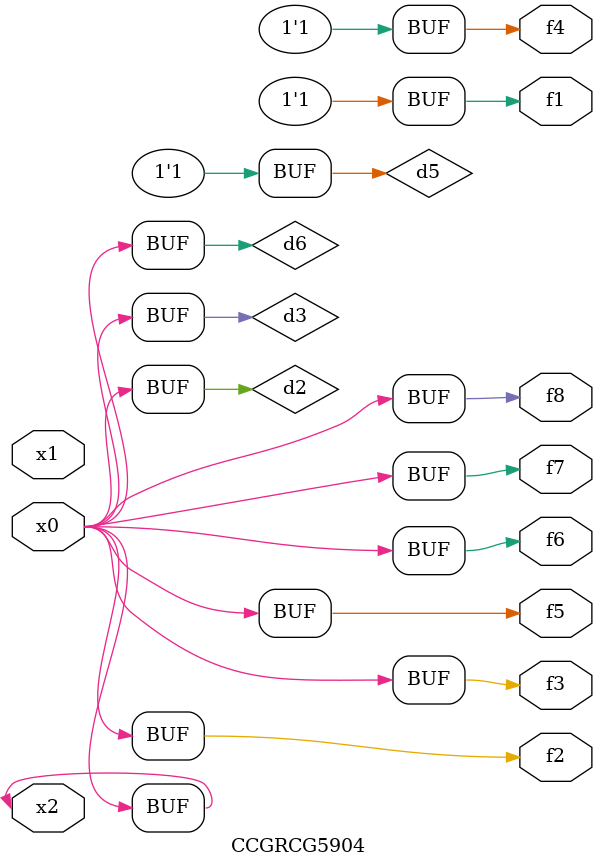
<source format=v>
module CCGRCG5904(
	input x0, x1, x2,
	output f1, f2, f3, f4, f5, f6, f7, f8
);

	wire d1, d2, d3, d4, d5, d6;

	xnor (d1, x2);
	buf (d2, x0, x2);
	and (d3, x0);
	xnor (d4, x1, x2);
	nand (d5, d1, d3);
	buf (d6, d2, d3);
	assign f1 = d5;
	assign f2 = d6;
	assign f3 = d6;
	assign f4 = d5;
	assign f5 = d6;
	assign f6 = d6;
	assign f7 = d6;
	assign f8 = d6;
endmodule

</source>
